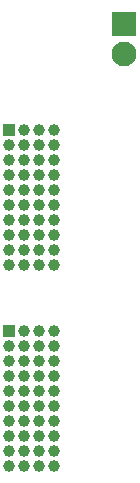
<source format=gbr>
%TF.GenerationSoftware,KiCad,Pcbnew,(6.0.0)*%
%TF.CreationDate,2022-08-13T16:18:09-04:00*%
%TF.ProjectId,eib-24-nanoz-adapter,6569622d-3234-42d6-9e61-6e6f7a2d6164,A*%
%TF.SameCoordinates,Original*%
%TF.FileFunction,Soldermask,Bot*%
%TF.FilePolarity,Negative*%
%FSLAX46Y46*%
G04 Gerber Fmt 4.6, Leading zero omitted, Abs format (unit mm)*
G04 Created by KiCad (PCBNEW (6.0.0)) date 2022-08-13 16:18:09*
%MOMM*%
%LPD*%
G01*
G04 APERTURE LIST*
%ADD10C,2.100000*%
%ADD11R,2.100000X2.100000*%
%ADD12R,0.990000X0.990000*%
%ADD13C,0.990000*%
G04 APERTURE END LIST*
D10*
%TO.C,J1*%
X147850000Y-97870000D03*
D11*
X147850000Y-95330000D03*
%TD*%
D12*
%TO.C,J4*%
X138095000Y-121285000D03*
D13*
X138095000Y-122555000D03*
X138095000Y-123825000D03*
X138095000Y-125095000D03*
X138095000Y-126365000D03*
X138095000Y-127635000D03*
X138095000Y-128905000D03*
X138095000Y-130175000D03*
X138095000Y-131445000D03*
X138095000Y-132715000D03*
X139365000Y-121285000D03*
X139365000Y-122555000D03*
X139365000Y-123825000D03*
X139365000Y-125095000D03*
X139365000Y-126365000D03*
X139365000Y-127635000D03*
X139365000Y-128905000D03*
X139365000Y-130175000D03*
X139365000Y-131445000D03*
X139365000Y-132715000D03*
X140635000Y-121285000D03*
X140635000Y-122555000D03*
X140635000Y-123825000D03*
X140635000Y-125095000D03*
X140635000Y-126365000D03*
X140635000Y-127635000D03*
X140635000Y-128905000D03*
X140635000Y-130175000D03*
X140635000Y-131445000D03*
X140635000Y-132715000D03*
X141905000Y-121285000D03*
X141905000Y-122555000D03*
X141905000Y-123825000D03*
X141905000Y-125095000D03*
X141905000Y-126365000D03*
X141905000Y-127635000D03*
X141905000Y-128905000D03*
X141905000Y-130175000D03*
X141905000Y-131445000D03*
X141905000Y-132715000D03*
%TD*%
%TO.C,J3*%
X141905000Y-115715000D03*
X141905000Y-114445000D03*
X141905000Y-113175000D03*
X141905000Y-111905000D03*
X141905000Y-110635000D03*
X141905000Y-109365000D03*
X141905000Y-108095000D03*
X141905000Y-106825000D03*
X141905000Y-105555000D03*
X141905000Y-104285000D03*
X140635000Y-115715000D03*
X140635000Y-114445000D03*
X140635000Y-113175000D03*
X140635000Y-111905000D03*
X140635000Y-110635000D03*
X140635000Y-109365000D03*
X140635000Y-108095000D03*
X140635000Y-106825000D03*
X140635000Y-105555000D03*
X140635000Y-104285000D03*
X139365000Y-115715000D03*
X139365000Y-114445000D03*
X139365000Y-113175000D03*
X139365000Y-111905000D03*
X139365000Y-110635000D03*
X139365000Y-109365000D03*
X139365000Y-108095000D03*
X139365000Y-106825000D03*
X139365000Y-105555000D03*
X139365000Y-104285000D03*
X138095000Y-115715000D03*
X138095000Y-114445000D03*
X138095000Y-113175000D03*
X138095000Y-111905000D03*
X138095000Y-110635000D03*
X138095000Y-109365000D03*
X138095000Y-108095000D03*
X138095000Y-106825000D03*
X138095000Y-105555000D03*
D12*
X138095000Y-104285000D03*
%TD*%
M02*

</source>
